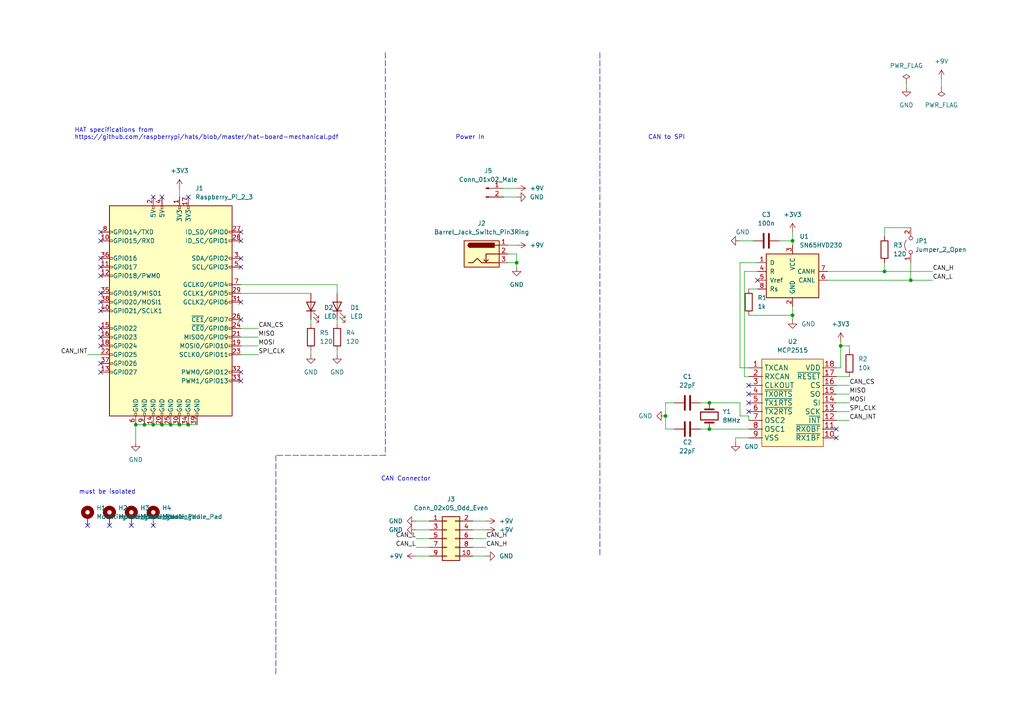
<source format=kicad_sch>
(kicad_sch (version 20211123) (generator eeschema)
  (paper "A4")
  (lib_symbols
    (symbol "Connector:Barrel_Jack_Switch_Pin3Ring" (pin_names hide)
      (property "Reference" "J" (at 0 5.334 0))
      (property "Value" "Barrel_Jack_Switch_Pin3Ring" (at 0 -5.08 0))
      (symbol "Barrel_Jack_Switch_Pin3Ring_0_1"
        (rectangle (start -5.08 3.81) (end 5.08 -3.81) (stroke (width 0.254)) (fill (type background)))
        (arc (start -3.302 3.175) (mid -3.937 2.54) (end -3.302 1.905) (stroke (width 0.254)))
        (arc (start -3.302 3.175) (mid -3.937 2.54) (end -3.302 1.905) (stroke (width 0.254)) (fill (type outline)))
        (polyline (pts (xy 1.27 -2.286) (xy 1.905 -1.651)) (stroke (width 0.254)))
        (polyline (pts (xy 5.08 2.54) (xy 3.81 2.54)) (stroke (width 0.254)))
        (polyline (pts (xy 5.08 0) (xy 1.27 0) (xy 1.27 -2.286) (xy 0.635 -1.651)) (stroke (width 0.254)))
        (polyline (pts (xy -3.81 -2.54) (xy -2.54 -2.54) (xy -1.27 -1.27) (xy 0 -2.54) (xy 2.54 -2.54) (xy 5.08 -2.54)) (stroke (width 0.254)))
        (rectangle (start 3.683 3.175) (end -3.302 1.905) (stroke (width 0.254)) (fill (type outline)))
      )
      (symbol "Barrel_Jack_Switch_Pin3Ring_1_1"
        (pin passive line (at 7.62 2.54 180) (length 2.54) (name "~") (number "1"))
        (pin passive line (at 7.62 0 180) (length 2.54) (name "~") (number "2"))
        (pin passive line (at 7.62 -2.54 180) (length 2.54) (name "~") (number "3"))
      )
    )
    (symbol "Connector:Conn_01x02_Male" (pin_names (offset 1.016) hide)
      (property "Reference" "J" (at 0 2.54 0))
      (property "Value" "Conn_01x02_Male" (at 0 -5.08 0))
      (symbol "Conn_01x02_Male_1_1"
        (polyline (pts (xy 1.27 -2.54) (xy 0.8636 -2.54)) (stroke (width 0.1524)))
        (polyline (pts (xy 1.27 0) (xy 0.8636 0)) (stroke (width 0.1524)))
        (rectangle (start 0.8636 -2.413) (end 0 -2.667) (stroke (width 0.1524)) (fill (type outline)))
        (rectangle (start 0.8636 0.127) (end 0 -0.127) (stroke (width 0.1524)) (fill (type outline)))
        (pin passive line (at 5.08 0 180) (length 3.81) (name "Pin_1") (number "1"))
        (pin passive line (at 5.08 -2.54 180) (length 3.81) (name "Pin_2") (number "2"))
      )
    )
    (symbol "Connector:Raspberry_Pi_2_3" (pin_names (offset 1.016))
      (property "Reference" "J1" (at 7.0994 35.56 0))
      (property "Value" "Raspberry_Pi_2_3" (at 7.0994 33.02 0))
      (symbol "Raspberry_Pi_2_3_0_1"
        (rectangle (start -17.78 30.48) (end 17.78 -30.48) (stroke (width 0.254)) (fill (type background)))
      )
      (symbol "Raspberry_Pi_2_3_1_1"
        (rectangle (start -16.891 -17.526) (end -17.78 -18.034))
        (rectangle (start -16.891 -14.986) (end -17.78 -15.494))
        (rectangle (start -16.891 -12.446) (end -17.78 -12.954))
        (rectangle (start -16.891 -9.906) (end -17.78 -10.414))
        (rectangle (start -16.891 -7.366) (end -17.78 -7.874))
        (rectangle (start -16.891 -4.826) (end -17.78 -5.334))
        (rectangle (start -16.891 0.254) (end -17.78 -0.254))
        (rectangle (start -16.891 2.794) (end -17.78 2.286))
        (rectangle (start -16.891 5.334) (end -17.78 4.826))
        (rectangle (start -16.891 10.414) (end -17.78 9.906))
        (rectangle (start -16.891 12.954) (end -17.78 12.446))
        (rectangle (start -16.891 15.494) (end -17.78 14.986))
        (rectangle (start -16.891 20.574) (end -17.78 20.066))
        (rectangle (start -16.891 23.114) (end -17.78 22.606))
        (rectangle (start -10.414 -29.591) (end -9.906 -30.48))
        (rectangle (start -7.874 -29.591) (end -7.366 -30.48))
        (rectangle (start -5.334 -29.591) (end -4.826 -30.48))
        (rectangle (start -5.334 30.48) (end -4.826 29.591))
        (rectangle (start -2.794 -29.591) (end -2.286 -30.48))
        (rectangle (start -2.794 30.48) (end -2.286 29.591))
        (rectangle (start -0.254 -29.591) (end 0.254 -30.48))
        (rectangle (start 2.286 -29.591) (end 2.794 -30.48))
        (rectangle (start 2.286 30.48) (end 2.794 29.591))
        (rectangle (start 4.826 -29.591) (end 5.334 -30.48))
        (rectangle (start 4.826 30.48) (end 5.334 29.591))
        (rectangle (start 7.366 -29.591) (end 7.874 -30.48))
        (rectangle (start 17.78 -20.066) (end 16.891 -20.574))
        (rectangle (start 17.78 -17.526) (end 16.891 -18.034))
        (rectangle (start 17.78 -12.446) (end 16.891 -12.954))
        (rectangle (start 17.78 -9.906) (end 16.891 -10.414))
        (rectangle (start 17.78 -7.366) (end 16.891 -7.874))
        (rectangle (start 17.78 -4.826) (end 16.891 -5.334))
        (rectangle (start 17.78 -2.286) (end 16.891 -2.794))
        (rectangle (start 17.78 2.794) (end 16.891 2.286))
        (rectangle (start 17.78 5.334) (end 16.891 4.826))
        (rectangle (start 17.78 7.874) (end 16.891 7.366))
        (rectangle (start 17.78 12.954) (end 16.891 12.446))
        (rectangle (start 17.78 15.494) (end 16.891 14.986))
        (rectangle (start 17.78 20.574) (end 16.891 20.066))
        (rectangle (start 17.78 23.114) (end 16.891 22.606))
        (pin power_out line (at 2.54 33.02 270) (length 2.54) (name "3V3") (number "1"))
        (pin bidirectional line (at -20.32 20.32 0) (length 2.54) (name "GPIO15/RXD") (number "10"))
        (pin bidirectional line (at -20.32 12.7 0) (length 2.54) (name "GPIO17") (number "11"))
        (pin bidirectional line (at -20.32 10.16 0) (length 2.54) (name "GPIO18/PWM0") (number "12"))
        (pin bidirectional line (at -20.32 -17.78 0) (length 2.54) (name "GPIO27") (number "13"))
        (pin power_in line (at -5.08 -33.02 90) (length 2.54) (name "GND") (number "14"))
        (pin bidirectional line (at -20.32 -5.08 0) (length 2.54) (name "GPIO22") (number "15"))
        (pin bidirectional line (at -20.32 -7.62 0) (length 2.54) (name "GPIO23") (number "16"))
        (pin power_out line (at 5.08 33.02 270) (length 2.54) (name "3V3") (number "17"))
        (pin bidirectional line (at -20.32 -10.16 0) (length 2.54) (name "GPIO24") (number "18"))
        (pin bidirectional line (at 20.32 -10.16 180) (length 2.54) (name "MOSI0/GPIO10") (number "19"))
        (pin power_out line (at -5.08 33.02 270) (length 2.54) (name "5V") (number "2"))
        (pin power_in line (at -2.54 -33.02 90) (length 2.54) (name "GND") (number "20"))
        (pin bidirectional line (at 20.32 -7.62 180) (length 2.54) (name "MISO0/GPIO9") (number "21"))
        (pin bidirectional line (at -20.32 -12.7 0) (length 2.54) (name "GPIO25") (number "22"))
        (pin bidirectional line (at 20.32 -12.7 180) (length 2.54) (name "SCLK0/GPIO11") (number "23"))
        (pin bidirectional line (at 20.32 -5.08 180) (length 2.54) (name "~{CE0}/GPIO8") (number "24"))
        (pin power_in line (at 0 -33.02 90) (length 2.54) (name "GND") (number "25"))
        (pin bidirectional line (at 20.32 -2.54 180) (length 2.54) (name "~{CE1}/GPIO7") (number "26"))
        (pin bidirectional line (at 20.32 22.86 180) (length 2.54) (name "ID_SD/GPIO0") (number "27"))
        (pin bidirectional line (at 20.32 20.32 180) (length 2.54) (name "ID_SC/GPIO1") (number "28"))
        (pin bidirectional line (at 20.32 5.08 180) (length 2.54) (name "GCLK1/GPIO5") (number "29"))
        (pin bidirectional line (at 20.32 15.24 180) (length 2.54) (name "SDA/GPIO2") (number "3"))
        (pin power_in line (at 2.54 -33.02 90) (length 2.54) (name "GND") (number "30"))
        (pin bidirectional line (at 20.32 2.54 180) (length 2.54) (name "GCLK2/GPIO6") (number "31"))
        (pin bidirectional line (at 20.32 -17.78 180) (length 2.54) (name "PWM0/GPIO12") (number "32"))
        (pin bidirectional line (at 20.32 -20.32 180) (length 2.54) (name "PWM1/GPIO13") (number "33"))
        (pin power_in line (at 5.08 -33.02 90) (length 2.54) (name "GND") (number "34"))
        (pin bidirectional line (at -20.32 5.08 0) (length 2.54) (name "GPIO19/MISO1") (number "35"))
        (pin bidirectional line (at -20.32 15.24 0) (length 2.54) (name "GPIO16") (number "36"))
        (pin bidirectional line (at -20.32 -15.24 0) (length 2.54) (name "GPIO26") (number "37"))
        (pin bidirectional line (at -20.32 2.54 0) (length 2.54) (name "GPIO20/MOSI1") (number "38"))
        (pin power_in line (at 7.62 -33.02 90) (length 2.54) (name "GND") (number "39"))
        (pin power_out line (at -2.54 33.02 270) (length 2.54) (name "5V") (number "4"))
        (pin bidirectional line (at -20.32 0 0) (length 2.54) (name "GPIO21/SCLK1") (number "40"))
        (pin bidirectional line (at 20.32 12.7 180) (length 2.54) (name "SCL/GPIO3") (number "5"))
        (pin power_in line (at -10.16 -33.02 90) (length 2.54) (name "GND") (number "6"))
        (pin bidirectional line (at 20.32 7.62 180) (length 2.54) (name "GCLK0/GPIO4") (number "7"))
        (pin bidirectional line (at -20.32 22.86 0) (length 2.54) (name "GPIO14/TXD") (number "8"))
        (pin power_in line (at -7.62 -33.02 90) (length 2.54) (name "GND") (number "9"))
      )
    )
    (symbol "Connector_Generic:Conn_02x05_Odd_Even" (pin_names (offset 1.016) hide)
      (property "Reference" "J" (at 1.27 7.62 0))
      (property "Value" "Conn_02x05_Odd_Even" (at 1.27 -7.62 0))
      (symbol "Conn_02x05_Odd_Even_1_1"
        (rectangle (start -1.27 -4.953) (end 0 -5.207) (stroke (width 0.1524)))
        (rectangle (start -1.27 -2.413) (end 0 -2.667) (stroke (width 0.1524)))
        (rectangle (start -1.27 0.127) (end 0 -0.127) (stroke (width 0.1524)))
        (rectangle (start -1.27 2.667) (end 0 2.413) (stroke (width 0.1524)))
        (rectangle (start -1.27 5.207) (end 0 4.953) (stroke (width 0.1524)))
        (rectangle (start -1.27 6.35) (end 3.81 -6.35) (stroke (width 0.254)) (fill (type background)))
        (rectangle (start 3.81 -4.953) (end 2.54 -5.207) (stroke (width 0.1524)))
        (rectangle (start 3.81 -2.413) (end 2.54 -2.667) (stroke (width 0.1524)))
        (rectangle (start 3.81 0.127) (end 2.54 -0.127) (stroke (width 0.1524)))
        (rectangle (start 3.81 2.667) (end 2.54 2.413) (stroke (width 0.1524)))
        (rectangle (start 3.81 5.207) (end 2.54 4.953) (stroke (width 0.1524)))
        (pin passive line (at -5.08 5.08 0) (length 3.81) (name "Pin_1") (number "1"))
        (pin passive line (at 7.62 -5.08 180) (length 3.81) (name "Pin_10") (number "10"))
        (pin passive line (at 7.62 5.08 180) (length 3.81) (name "Pin_2") (number "2"))
        (pin passive line (at -5.08 2.54 0) (length 3.81) (name "Pin_3") (number "3"))
        (pin passive line (at 7.62 2.54 180) (length 3.81) (name "Pin_4") (number "4"))
        (pin passive line (at -5.08 0 0) (length 3.81) (name "Pin_5") (number "5"))
        (pin passive line (at 7.62 0 180) (length 3.81) (name "Pin_6") (number "6"))
        (pin passive line (at -5.08 -2.54 0) (length 3.81) (name "Pin_7") (number "7"))
        (pin passive line (at 7.62 -2.54 180) (length 3.81) (name "Pin_8") (number "8"))
        (pin passive line (at -5.08 -5.08 0) (length 3.81) (name "Pin_9") (number "9"))
      )
    )
    (symbol "Device:C" (pin_numbers hide) (pin_names (offset 0.254))
      (property "Reference" "C" (at 0.635 2.54 0))
      (property "Value" "C" (at 0.635 -2.54 0))
      (symbol "C_0_1"
        (polyline (pts (xy -2.032 -0.762) (xy 2.032 -0.762)) (stroke (width 0.508)))
        (polyline (pts (xy -2.032 0.762) (xy 2.032 0.762)) (stroke (width 0.508)))
      )
      (symbol "C_1_1"
        (pin passive line (at 0 3.81 270) (length 2.794) (name "~") (number "1"))
        (pin passive line (at 0 -3.81 90) (length 2.794) (name "~") (number "2"))
      )
    )
    (symbol "Device:Crystal" (pin_numbers hide) (pin_names (offset 1.016) hide)
      (property "Reference" "Y" (at 0 3.81 0))
      (property "Value" "Crystal" (at 0 -3.81 0))
      (symbol "Crystal_0_1"
        (rectangle (start -1.143 2.54) (end 1.143 -2.54) (stroke (width 0.3048)))
        (polyline (pts (xy -2.54 0) (xy -1.905 0)))
        (polyline (pts (xy -1.905 -1.27) (xy -1.905 1.27)) (stroke (width 0.508)))
        (polyline (pts (xy 1.905 -1.27) (xy 1.905 1.27)) (stroke (width 0.508)))
        (polyline (pts (xy 2.54 0) (xy 1.905 0)))
      )
      (symbol "Crystal_1_1"
        (pin passive line (at -3.81 0 0) (length 1.27) (name "1") (number "1"))
        (pin passive line (at 3.81 0 180) (length 1.27) (name "2") (number "2"))
      )
    )
    (symbol "Device:LED" (pin_numbers hide) (pin_names (offset 1.016) hide)
      (property "Reference" "D" (at 0 2.54 0))
      (property "Value" "LED" (at 0 -2.54 0))
      (symbol "LED_0_1"
        (polyline (pts (xy -1.27 -1.27) (xy -1.27 1.27)) (stroke (width 0.254)))
        (polyline (pts (xy -1.27 0) (xy 1.27 0)))
        (polyline (pts (xy 1.27 -1.27) (xy 1.27 1.27) (xy -1.27 0) (xy 1.27 -1.27)) (stroke (width 0.254)))
        (polyline (pts (xy -3.048 -0.762) (xy -4.572 -2.286) (xy -3.81 -2.286) (xy -4.572 -2.286) (xy -4.572 -1.524)))
        (polyline (pts (xy -1.778 -0.762) (xy -3.302 -2.286) (xy -2.54 -2.286) (xy -3.302 -2.286) (xy -3.302 -1.524)))
      )
      (symbol "LED_1_1"
        (pin passive line (at -3.81 0 0) (length 2.54) (name "K") (number "1"))
        (pin passive line (at 3.81 0 180) (length 2.54) (name "A") (number "2"))
      )
    )
    (symbol "Device:R" (pin_numbers hide) (pin_names (offset 0))
      (property "Reference" "R" (at 2.032 0 90))
      (property "Value" "R" (at 0 0 90))
      (symbol "R_0_1"
        (rectangle (start -1.016 -2.54) (end 1.016 2.54) (stroke (width 0.254)))
      )
      (symbol "R_1_1"
        (pin passive line (at 0 3.81 270) (length 1.27) (name "~") (number "1"))
        (pin passive line (at 0 -3.81 90) (length 1.27) (name "~") (number "2"))
      )
    )
    (symbol "Interface_CAN_LIN:SN65HVD230" (pin_names (offset 1.016))
      (property "Reference" "U" (at -2.54 10.16 0))
      (property "Value" "SN65HVD230" (at -2.54 7.62 0))
      (symbol "SN65HVD230_0_1"
        (rectangle (start -7.62 5.08) (end 7.62 -7.62) (stroke (width 0.254)) (fill (type background)))
      )
      (symbol "SN65HVD230_1_1"
        (pin input line (at -10.16 2.54 0) (length 2.54) (name "D") (number "1"))
        (pin power_in line (at 0 -10.16 90) (length 2.54) (name "GND") (number "2"))
        (pin power_in line (at 0 7.62 270) (length 2.54) (name "VCC") (number "3"))
        (pin output line (at -10.16 0 0) (length 2.54) (name "R") (number "4"))
        (pin output line (at -10.16 -2.54 0) (length 2.54) (name "Vref") (number "5"))
        (pin bidirectional line (at 10.16 -2.54 180) (length 2.54) (name "CANL") (number "6"))
        (pin bidirectional line (at 10.16 0 180) (length 2.54) (name "CANH") (number "7"))
        (pin input line (at -10.16 -5.08 0) (length 2.54) (name "Rs") (number "8"))
      )
    )
    (symbol "Jumper:Jumper_2_Open" (pin_names (offset 0) hide)
      (property "Reference" "JP" (at 0 2.794 0))
      (property "Value" "Jumper_2_Open" (at 0 -2.286 0))
      (symbol "Jumper_2_Open_0_0"
        (circle (center -2.032 0) (radius 0.508))
        (circle (center 2.032 0) (radius 0.508))
      )
      (symbol "Jumper_2_Open_0_1"
        (arc (start 1.524 1.27) (mid 0 1.778) (end -1.524 1.27))
      )
      (symbol "Jumper_2_Open_1_1"
        (pin passive line (at -5.08 0 0) (length 2.54) (name "A") (number "1"))
        (pin passive line (at 5.08 0 180) (length 2.54) (name "B") (number "2"))
      )
    )
    (symbol "MCP2515:MCP2515"
      (property "Reference" "U" (at -8.89 13.97 0))
      (property "Value" "MCP2515" (at -5.08 -15.24 0))
      (symbol "MCP2515_0_1"
        (rectangle (start -10.16 11.43) (end 7.62 -13.97) (fill (type background)))
      )
      (symbol "MCP2515_1_1"
        (pin bidirectional line (at -13.97 8.89 0) (length 4) (name "TXCAN") (number "1"))
        (pin bidirectional line (at 11.43 -11.43 180) (length 4) (name "~{RX1BF}") (number "10"))
        (pin bidirectional line (at 11.43 -8.89 180) (length 4) (name "~{RX0BF}") (number "11"))
        (pin bidirectional line (at 11.43 -6.35 180) (length 4) (name "~{INT}") (number "12"))
        (pin input line (at 11.43 -3.81 180) (length 4) (name "SCK") (number "13"))
        (pin input line (at 11.43 -1.27 180) (length 4) (name "SI") (number "14"))
        (pin output line (at 11.43 1.27 180) (length 4) (name "SO") (number "15"))
        (pin input line (at 11.43 3.81 180) (length 4) (name "CS") (number "16"))
        (pin input line (at 11.43 6.35 180) (length 4) (name "~{RESET}") (number "17"))
        (pin power_in line (at 11.43 8.89 180) (length 4) (name "VDD") (number "18"))
        (pin bidirectional line (at -13.97 6.35 0) (length 4) (name "RXCAN") (number "2"))
        (pin output line (at -13.97 3.81 0) (length 4) (name "CLKOUT") (number "3"))
        (pin bidirectional line (at -13.97 1.27 0) (length 4) (name "~{TX0RTS}") (number "4"))
        (pin bidirectional line (at -13.97 -1.27 0) (length 4) (name "~{TX1RTS}") (number "5"))
        (pin bidirectional line (at -13.97 -3.81 0) (length 4) (name "~{TX2RTS}") (number "6"))
        (pin output line (at -13.97 -6.35 0) (length 4) (name "OSC2") (number "7"))
        (pin input line (at -13.97 -8.89 0) (length 4) (name "OSC1") (number "8"))
        (pin power_in line (at -13.97 -11.43 0) (length 4) (name "VSS") (number "9"))
      )
    )
    (symbol "Mechanical:MountingHole_Pad" (pin_numbers hide) (pin_names (offset 1.016) hide)
      (property "Reference" "H" (at 0 6.35 0))
      (property "Value" "MountingHole_Pad" (at 0 4.445 0))
      (symbol "MountingHole_Pad_0_1"
        (circle (center 0 1.27) (radius 1.27) (stroke (width 1.27)))
      )
      (symbol "MountingHole_Pad_1_1"
        (pin input line (at 0 -2.54 90) (length 2.54) (name "1") (number "1"))
      )
    )
    (symbol "power:+3V3" (power) (pin_names (offset 0))
      (property "Value" "+3V3" (at 0 3.556 0))
      (symbol "+3V3_0_1"
        (polyline (pts (xy -0.762 1.27) (xy 0 2.54)))
        (polyline (pts (xy 0 0) (xy 0 2.54)))
        (polyline (pts (xy 0 2.54) (xy 0.762 1.27)))
      )
      (symbol "+3V3_1_1"
        (pin power_in line (at 0 0 90) (length 0) hide (name "+3V3") (number "1"))
      )
    )
    (symbol "power:+9V" (power) (pin_names (offset 0))
      (property "Value" "+9V" (at 0 3.556 0))
      (symbol "+9V_0_1"
        (polyline (pts (xy -0.762 1.27) (xy 0 2.54)))
        (polyline (pts (xy 0 0) (xy 0 2.54)))
        (polyline (pts (xy 0 2.54) (xy 0.762 1.27)))
      )
      (symbol "+9V_1_1"
        (pin power_in line (at 0 0 90) (length 0) hide (name "+9V") (number "1"))
      )
    )
    (symbol "power:GND" (power) (pin_names (offset 0))
      (property "Value" "GND" (at 0 -3.81 0))
      (symbol "GND_0_1"
        (polyline (pts (xy 0 0) (xy 0 -1.27) (xy 1.27 -1.27) (xy 0 -2.54) (xy -1.27 -1.27) (xy 0 -1.27)))
      )
      (symbol "GND_1_1"
        (pin power_in line (at 0 0 270) (length 0) hide (name "GND") (number "1"))
      )
    )
    (symbol "power:PWR_FLAG" (power) (pin_numbers hide) (pin_names (offset 0) hide)
      (property "Value" "PWR_FLAG" (at 0 3.81 0))
      (symbol "PWR_FLAG_0_0"
        (pin power_out line (at 0 0 90) (length 0) (name "pwr") (number "1"))
      )
      (symbol "PWR_FLAG_0_1"
        (polyline (pts (xy 0 0) (xy 0 1.27) (xy -1.016 1.905) (xy 0 2.54) (xy 1.016 1.905) (xy 0 1.27)))
      )
    )
  )
  (junction (at 54.61 123.19))
  (junction (at 243.84 100.33))
  (junction (at 39.37 123.19))
  (junction (at 229.87 69.85))
  (junction (at 49.53 123.19))
  (junction (at 264.16 81.28))
  (junction (at 41.91 123.19))
  (junction (at 205.74 124.46))
  (junction (at 205.74 116.84))
  (junction (at 52.07 123.19))
  (junction (at 256.54 78.74))
  (junction (at 44.45 123.19))
  (junction (at 46.99 123.19))
  (junction (at 229.87 91.44))
  (junction (at 149.86 76.2))
  (junction (at 193.04 120.65))
  (no_connect (at 54.61 57.15))
  (no_connect (at 44.45 152.4))
  (no_connect (at 38.1 152.4))
  (no_connect (at 31.75 152.4))
  (no_connect (at 25.4 152.4))
  (no_connect (at 217.17 114.3))
  (no_connect (at 217.17 119.38))
  (no_connect (at 217.17 111.76))
  (no_connect (at 242.57 124.46))
  (no_connect (at 217.17 116.84))
  (no_connect (at 219.71 81.28))
  (no_connect (at 44.45 57.15))
  (no_connect (at 29.21 107.95))
  (no_connect (at 29.21 105.41))
  (no_connect (at 29.21 97.79))
  (no_connect (at 29.21 100.33))
  (no_connect (at 29.21 95.25))
  (no_connect (at 69.85 69.85))
  (no_connect (at 69.85 87.63))
  (no_connect (at 69.85 77.47))
  (no_connect (at 69.85 74.93))
  (no_connect (at 29.21 77.47))
  (no_connect (at 29.21 80.01))
  (no_connect (at 29.21 87.63))
  (no_connect (at 29.21 85.09))
  (no_connect (at 29.21 90.17))
  (no_connect (at 29.21 74.93))
  (no_connect (at 69.85 92.71))
  (no_connect (at 69.85 110.49))
  (no_connect (at 69.85 107.95))
  (no_connect (at 69.85 67.31))
  (no_connect (at 46.99 57.15))
  (no_connect (at 29.21 67.31))
  (no_connect (at 29.21 69.85))
  (no_connect (at 242.57 127))
  (wire (pts (xy 214.63 76.2) (xy 214.63 106.68)))
  (wire (pts (xy 242.57 114.3) (xy 246.38 114.3)))
  (wire (pts (xy 195.58 124.46) (xy 193.04 124.46)))
  (wire (pts (xy 97.79 92.71) (xy 97.79 93.98)))
  (wire (pts (xy 137.16 156.21) (xy 140.97 156.21)))
  (wire (pts (xy 242.57 106.68) (xy 243.84 106.68)))
  (polyline (pts (xy 173.99 15.24) (xy 173.99 161.29)))
  (wire (pts (xy 69.85 95.25) (xy 74.93 95.25)))
  (wire (pts (xy 246.38 101.6) (xy 246.38 100.33)))
  (wire (pts (xy 54.61 123.19) (xy 57.15 123.19)))
  (wire (pts (xy 242.57 119.38) (xy 246.38 119.38)))
  (wire (pts (xy 97.79 101.6) (xy 97.79 102.87)))
  (wire (pts (xy 242.57 111.76) (xy 246.38 111.76)))
  (wire (pts (xy 146.05 54.61) (xy 149.86 54.61)))
  (wire (pts (xy 137.16 158.75) (xy 140.97 158.75)))
  (wire (pts (xy 240.03 81.28) (xy 264.16 81.28)))
  (wire (pts (xy 243.84 99.06) (xy 243.84 100.33)))
  (wire (pts (xy 120.65 153.67) (xy 124.46 153.67)))
  (wire (pts (xy 256.54 66.04) (xy 264.16 66.04)))
  (wire (pts (xy 41.91 123.19) (xy 44.45 123.19)))
  (wire (pts (xy 256.54 76.2) (xy 256.54 78.74)))
  (wire (pts (xy 193.04 116.84) (xy 193.04 120.65)))
  (wire (pts (xy 264.16 76.2) (xy 264.16 81.28)))
  (wire (pts (xy 217.17 120.65) (xy 214.63 120.65)))
  (wire (pts (xy 217.17 109.22) (xy 215.9 109.22)))
  (wire (pts (xy 149.86 76.2) (xy 149.86 77.47)))
  (wire (pts (xy 39.37 123.19) (xy 39.37 128.27)))
  (wire (pts (xy 229.87 67.31) (xy 229.87 69.85)))
  (wire (pts (xy 146.05 57.15) (xy 149.86 57.15)))
  (wire (pts (xy 214.63 116.84) (xy 205.74 116.84)))
  (polyline (pts (xy 111.76 15.24) (xy 111.76 132.08)))
  (wire (pts (xy 214.63 69.85) (xy 218.44 69.85)))
  (wire (pts (xy 69.85 82.55) (xy 97.79 82.55)))
  (wire (pts (xy 214.63 120.65) (xy 214.63 116.84)))
  (wire (pts (xy 195.58 116.84) (xy 193.04 116.84)))
  (wire (pts (xy 229.87 88.9) (xy 229.87 91.44)))
  (wire (pts (xy 262.89 24.13) (xy 262.89 25.4)))
  (wire (pts (xy 49.53 123.19) (xy 52.07 123.19)))
  (wire (pts (xy 226.06 69.85) (xy 229.87 69.85)))
  (wire (pts (xy 217.17 121.92) (xy 217.17 120.65)))
  (wire (pts (xy 39.37 123.19) (xy 41.91 123.19)))
  (wire (pts (xy 137.16 153.67) (xy 140.97 153.67)))
  (wire (pts (xy 229.87 69.85) (xy 229.87 71.12)))
  (wire (pts (xy 264.16 81.28) (xy 270.51 81.28)))
  (wire (pts (xy 149.86 73.66) (xy 149.86 76.2)))
  (wire (pts (xy 193.04 120.65) (xy 193.04 124.46)))
  (wire (pts (xy 147.32 76.2) (xy 149.86 76.2)))
  (wire (pts (xy 203.2 124.46) (xy 205.74 124.46)))
  (wire (pts (xy 147.32 73.66) (xy 149.86 73.66)))
  (wire (pts (xy 246.38 100.33) (xy 243.84 100.33)))
  (wire (pts (xy 242.57 121.92) (xy 246.38 121.92)))
  (wire (pts (xy 44.45 123.19) (xy 46.99 123.19)))
  (wire (pts (xy 137.16 151.13) (xy 140.97 151.13)))
  (wire (pts (xy 90.17 92.71) (xy 90.17 93.98)))
  (wire (pts (xy 25.4 102.87) (xy 29.21 102.87)))
  (wire (pts (xy 69.85 100.33) (xy 74.93 100.33)))
  (wire (pts (xy 256.54 78.74) (xy 270.51 78.74)))
  (polyline (pts (xy 111.76 132.08) (xy 80.01 132.08)))
  (wire (pts (xy 97.79 82.55) (xy 97.79 85.09)))
  (polyline (pts (xy 80.01 132.08) (xy 80.01 195.58)))
  (wire (pts (xy 256.54 68.58) (xy 256.54 66.04)))
  (wire (pts (xy 217.17 106.68) (xy 214.63 106.68)))
  (wire (pts (xy 120.65 151.13) (xy 124.46 151.13)))
  (wire (pts (xy 69.85 97.79) (xy 74.93 97.79)))
  (wire (pts (xy 215.9 78.74) (xy 215.9 109.22)))
  (wire (pts (xy 120.65 158.75) (xy 124.46 158.75)))
  (wire (pts (xy 214.63 76.2) (xy 219.71 76.2)))
  (wire (pts (xy 240.03 78.74) (xy 256.54 78.74)))
  (wire (pts (xy 120.65 156.21) (xy 124.46 156.21)))
  (wire (pts (xy 46.99 123.19) (xy 49.53 123.19)))
  (wire (pts (xy 203.2 116.84) (xy 205.74 116.84)))
  (wire (pts (xy 120.65 161.29) (xy 124.46 161.29)))
  (wire (pts (xy 219.71 78.74) (xy 215.9 78.74)))
  (wire (pts (xy 205.74 124.46) (xy 217.17 124.46)))
  (wire (pts (xy 217.17 91.44) (xy 229.87 91.44)))
  (wire (pts (xy 90.17 101.6) (xy 90.17 102.87)))
  (wire (pts (xy 69.85 85.09) (xy 90.17 85.09)))
  (wire (pts (xy 273.05 22.86) (xy 273.05 25.4)))
  (wire (pts (xy 137.16 161.29) (xy 140.97 161.29)))
  (wire (pts (xy 52.07 54.61) (xy 52.07 57.15)))
  (wire (pts (xy 242.57 116.84) (xy 246.38 116.84)))
  (wire (pts (xy 242.57 109.22) (xy 246.38 109.22)))
  (wire (pts (xy 213.36 128.27) (xy 213.36 127)))
  (wire (pts (xy 213.36 127) (xy 217.17 127)))
  (wire (pts (xy 217.17 83.82) (xy 219.71 83.82)))
  (wire (pts (xy 229.87 91.44) (xy 229.87 92.71)))
  (wire (pts (xy 52.07 123.19) (xy 54.61 123.19)))
  (wire (pts (xy 147.32 71.12) (xy 149.86 71.12)))
  (wire (pts (xy 243.84 100.33) (xy 243.84 106.68)))
  (wire (pts (xy 69.85 102.87) (xy 74.93 102.87)))
  (text "CAN to SPI" (at 187.96 40.64 0) (effects (font (size 1.27 1.27)) (justify left bottom)))
  (text "HAT specifications from\nhttps://github.com/raspberrypi/hats/blob/master/hat-board-mechanical.pdf" (at 21.59 40.64 0) (effects (font (size 1.27 1.27)) (justify left bottom)))
  (text "Power In" (at 132.08 40.64 0) (effects (font (size 1.27 1.27)) (justify left bottom)))
  (text "must be isolated" (at 22.86 143.51 0) (effects (font (size 1.27 1.27)) (justify left bottom)))
  (text "CAN Connector" (at 110.49 139.7 0) (effects (font (size 1.27 1.27)) (justify left bottom)))
  (label "CAN_H" (at 140.97 156.21 0))
  (label "MISO" (at 74.93 97.79 0))
  (label "SPI_CLK" (at 74.93 102.87 0))
  (label "MOSI" (at 246.38 116.84 0))
  (label "CAN_L" (at 120.65 158.75 180))
  (label "MISO" (at 246.38 114.3 0))
  (label "CAN_CS" (at 246.38 111.76 0))
  (label "CAN_INT" (at 246.38 121.92 0))
  (label "CAN_H" (at 270.51 78.74 0))
  (label "CAN_L" (at 270.51 81.28 0))
  (label "CAN_CS" (at 74.93 95.25 0))
  (label "CAN_L" (at 120.65 156.21 180))
  (label "CAN_INT" (at 25.4 102.87 180))
  (label "SPI_CLK" (at 246.38 119.38 0))
  (label "CAN_H" (at 140.97 158.75 0))
  (label "MOSI" (at 74.93 100.33 0))
  (symbol (lib_id "power:GND") (at 193.04 120.65 270) (unit 1)
    (property "Reference" "#PWR02" (effects hide))
    (property "Value" "GND" (at 189.23 120.6499 90) (effects (justify right)))
  )
  (symbol (lib_id "Device:R") (at 217.17 87.63 0) (unit 1)
    (property "Reference" "R1" (at 219.71 86.3599 0) (effects (justify left)))
    (property "Value" "1k" (at 219.71 88.8999 0) (effects (justify left)))
    (property "Footprint" "Resistor_SMD:R_1206_3216Metric_Pad1.30x1.75mm_HandSolder" (effects hide))
  )
  (symbol (lib_id "Connector:Raspberry_Pi_2_3") (at 49.53 90.17 0) (unit 1)
    (property "Reference" "J1" (at 56.6294 54.61 0) (effects (justify left)))
    (property "Value" "Raspberry_Pi_2_3" (at 56.6294 57.15 0) (effects (justify left)))
    (property "Footprint" "Connector_PinSocket_2.54mm:PinSocket_2x20_P2.54mm_Vertical" (effects hide))
    (property "Datasheet" "https://www.raspberrypi.org/documentation/hardware/raspberrypi/schematics/rpi_SCH_3bplus_1p0_reduced.pdf" (effects hide))
  )
  (symbol (lib_id "power:GND") (at 97.79 102.87 0) (unit 1)
    (property "Reference" "#PWR019" (effects hide))
    (property "Value" "GND" (at 97.79 107.95 0))
  )
  (symbol (lib_id "Connector:Barrel_Jack_Switch_Pin3Ring") (at 139.7 73.66 0) (unit 1)
    (property "Reference" "J2" (at 139.7 64.77 0))
    (property "Value" "Barrel_Jack_Switch_Pin3Ring" (at 139.7 67.31 0))
    (property "Footprint" "Connector_BarrelJack:BarrelJack_Horizontal" (effects hide))
  )
  (symbol (lib_id "Device:LED") (at 90.17 88.9 90) (unit 1)
    (property "Reference" "D2" (at 93.98 89.2174 90) (effects (justify right)))
    (property "Value" "LED" (at 93.98 91.7574 90) (effects (justify right)))
    (property "Footprint" "LED_SMD:LED_1206_3216Metric_Pad1.42x1.75mm_HandSolder" (effects hide))
  )
  (symbol (lib_id "Device:R") (at 90.17 97.79 0) (unit 1)
    (property "Reference" "R5" (at 92.71 96.5199 0) (effects (justify left)))
    (property "Value" "120" (at 92.71 99.0599 0) (effects (justify left)))
    (property "Footprint" "Resistor_SMD:R_1206_3216Metric_Pad1.30x1.75mm_HandSolder" (effects hide))
  )
  (symbol (lib_id "power:+3V3") (at 243.84 99.06 0) (unit 1)
    (property "Reference" "#PWR08" (effects hide))
    (property "Value" "+3V3" (at 243.84 93.98 0))
  )
  (symbol (lib_id "power:GND") (at 213.36 128.27 0) (unit 1)
    (property "Reference" "#PWR04" (effects hide))
    (property "Value" "GND" (at 215.9 129.5399 0) (effects (justify left)))
  )
  (symbol (lib_id "Device:Crystal") (at 205.74 120.65 90) (unit 1)
    (property "Reference" "Y1" (at 209.55 119.3799 90) (effects (justify right)))
    (property "Value" "8MHz" (at 209.55 121.9199 90) (effects (justify right)))
    (property "Footprint" "Crystal:Crystal_SMD_HC49-SD_HandSoldering" (effects hide))
  )
  (symbol (lib_id "power:+9V") (at 140.97 153.67 270) (unit 1)
    (property "Reference" "#PWR017" (effects hide))
    (property "Value" "+9V" (at 144.78 153.6699 90) (effects (justify left)))
  )
  (symbol (lib_id "Mechanical:MountingHole_Pad") (at 44.45 149.86 0) (unit 1)
    (property "Reference" "H4" (at 46.99 147.3199 0) (effects (justify left)))
    (property "Value" "MountingHole_Pad" (at 46.99 149.8599 0) (effects (justify left)))
    (property "Footprint" "MountingHole:MountingHole_2.7mm_M2.5_Pad_TopBottom" (effects hide))
  )
  (symbol (lib_id "power:GND") (at 214.63 69.85 270) (unit 1)
    (property "Reference" "#PWR05" (effects hide))
    (property "Value" "GND" (at 213.36 67.31 90) (effects (justify left)))
  )
  (symbol (lib_id "Device:R") (at 246.38 105.41 180) (unit 1)
    (property "Reference" "R2" (at 248.92 104.1399 0) (effects (justify right)))
    (property "Value" "10k" (at 248.92 106.6799 0) (effects (justify right)))
    (property "Footprint" "Resistor_SMD:R_1206_3216Metric_Pad1.30x1.75mm_HandSolder" (effects hide))
  )
  (symbol (lib_id "Device:C") (at 199.39 116.84 90) (unit 1)
    (property "Reference" "C1" (at 199.39 109.22 90))
    (property "Value" "22pF" (at 199.39 111.76 90))
    (property "Footprint" "Capacitor_SMD:C_1206_3216Metric_Pad1.33x1.80mm_HandSolder" (effects hide))
  )
  (symbol (lib_id "power:+9V") (at 140.97 151.13 270) (unit 1)
    (property "Reference" "#PWR016" (effects hide))
    (property "Value" "+9V" (at 144.78 151.1299 90) (effects (justify left)))
  )
  (symbol (lib_id "power:GND") (at 90.17 102.87 0) (unit 1)
    (property "Reference" "#PWR020" (effects hide))
    (property "Value" "GND" (at 90.17 107.95 0))
  )
  (symbol (lib_id "Mechanical:MountingHole_Pad") (at 25.4 149.86 0) (unit 1)
    (property "Reference" "H1" (at 27.94 147.3199 0) (effects (justify left)))
    (property "Value" "MountingHole_Pad" (at 27.94 149.8599 0) (effects (justify left)))
    (property "Footprint" "MountingHole:MountingHole_2.7mm_M2.5_Pad_TopBottom" (effects hide))
  )
  (symbol (lib_id "power:GND") (at 229.87 92.71 0) (unit 1)
    (property "Reference" "#PWR07" (effects hide))
    (property "Value" "GND" (at 232.41 93.9799 0) (effects (justify left)))
  )
  (symbol (lib_id "power:GND") (at 120.65 151.13 270) (unit 1)
    (property "Reference" "#PWR012" (effects hide))
    (property "Value" "GND" (at 116.84 151.1299 90) (effects (justify right)))
  )
  (symbol (lib_id "power:+3V3") (at 52.07 54.61 0) (unit 1)
    (property "Reference" "#PWR03" (effects hide))
    (property "Value" "+3V3" (at 52.07 49.53 0))
  )
  (symbol (lib_id "power:GND") (at 149.86 77.47 0) (unit 1)
    (property "Reference" "#PWR010" (effects hide))
    (property "Value" "GND" (at 149.86 82.55 0))
  )
  (symbol (lib_id "power:GND") (at 262.89 25.4 0) (unit 1)
    (property "Reference" "#PWR011" (effects hide))
    (property "Value" "GND" (at 262.89 30.48 0))
  )
  (symbol (lib_id "power:PWR_FLAG") (at 273.05 25.4 180) (unit 1)
    (property "Reference" "#FLG02" (effects hide))
    (property "Value" "PWR_FLAG" (at 273.05 30.48 0))
  )
  (symbol (lib_id "Connector:Conn_01x02_Male") (at 140.97 54.61 0) (unit 1)
    (property "Reference" "J5" (at 141.605 49.53 0))
    (property "Value" "Conn_01x02_Male" (at 141.605 52.07 0))
    (property "Footprint" "Connector_PinHeader_2.54mm:PinHeader_1x02_P2.54mm_Vertical" (effects hide))
  )
  (symbol (lib_id "power:+9V") (at 120.65 161.29 90) (unit 1)
    (property "Reference" "#PWR014" (effects hide))
    (property "Value" "+9V" (at 116.84 161.2899 90) (effects (justify left)))
  )
  (symbol (lib_id "power:+9V") (at 273.05 22.86 0) (unit 1)
    (property "Reference" "#PWR015" (effects hide))
    (property "Value" "+9V" (at 273.05 17.78 0))
  )
  (symbol (lib_id "Device:C") (at 222.25 69.85 90) (unit 1)
    (property "Reference" "C3" (at 222.25 62.23 90))
    (property "Value" "100n" (at 222.25 64.77 90))
    (property "Footprint" "Capacitor_SMD:C_1206_3216Metric_Pad1.33x1.80mm_HandSolder" (effects hide))
  )
  (symbol (lib_id "power:GND") (at 39.37 128.27 0) (unit 1)
    (property "Reference" "#PWR01" (effects hide))
    (property "Value" "GND" (at 39.37 133.35 0))
  )
  (symbol (lib_id "power:PWR_FLAG") (at 262.89 24.13 0) (unit 1)
    (property "Reference" "#FLG01" (effects hide))
    (property "Value" "PWR_FLAG" (at 262.89 19.05 0))
  )
  (symbol (lib_id "Mechanical:MountingHole_Pad") (at 31.75 149.86 0) (unit 1)
    (property "Reference" "H2" (at 34.29 147.3199 0) (effects (justify left)))
    (property "Value" "MountingHole_Pad" (at 34.29 149.8599 0) (effects (justify left)))
    (property "Footprint" "MountingHole:MountingHole_2.7mm_M2.5_Pad_TopBottom" (effects hide))
  )
  (symbol (lib_id "Device:R") (at 97.79 97.79 0) (unit 1)
    (property "Reference" "R4" (at 100.33 96.5199 0) (effects (justify left)))
    (property "Value" "120" (at 100.33 99.0599 0) (effects (justify left)))
    (property "Footprint" "Resistor_SMD:R_1206_3216Metric_Pad1.30x1.75mm_HandSolder" (effects hide))
  )
  (symbol (lib_id "Mechanical:MountingHole_Pad") (at 38.1 149.86 0) (unit 1)
    (property "Reference" "H3" (at 40.64 147.3199 0) (effects (justify left)))
    (property "Value" "MountingHole_Pad" (at 40.64 149.8599 0) (effects (justify left)))
    (property "Footprint" "MountingHole:MountingHole_2.7mm_M2.5_Pad_TopBottom" (effects hide))
  )
  (symbol (lib_id "Interface_CAN_LIN:SN65HVD230") (at 229.87 78.74 0) (unit 1)
    (property "Reference" "U1" (at 231.8894 68.58 0) (effects (justify left)))
    (property "Value" "SN65HVD230" (at 231.8894 71.12 0) (effects (justify left)))
    (property "Footprint" "Package_SO:SOIC-8_3.9x4.9mm_P1.27mm" (effects hide))
    (property "Datasheet" "http://www.ti.com/lit/ds/symlink/sn65hvd230.pdf" (effects hide))
  )
  (symbol (lib_id "power:+3V3") (at 229.87 67.31 0) (unit 1)
    (property "Reference" "#PWR06" (effects hide))
    (property "Value" "+3V3" (at 229.87 62.23 0))
  )
  (symbol (lib_id "power:GND") (at 149.86 57.15 90) (unit 1)
    (property "Reference" "#PWR024" (effects hide))
    (property "Value" "GND" (at 153.67 57.1499 90) (effects (justify right)))
  )
  (symbol (lib_id "power:+9V") (at 149.86 54.61 270) (unit 1)
    (property "Reference" "#PWR023" (effects hide))
    (property "Value" "+9V" (at 153.67 54.6099 90) (effects (justify left)))
  )
  (symbol (lib_id "Device:LED") (at 97.79 88.9 90) (unit 1)
    (property "Reference" "D1" (at 101.6 89.2174 90) (effects (justify right)))
    (property "Value" "LED" (at 101.6 91.7574 90) (effects (justify right)))
    (property "Footprint" "LED_SMD:LED_1206_3216Metric_Pad1.42x1.75mm_HandSolder" (effects hide))
  )
  (symbol (lib_id "power:GND") (at 140.97 161.29 90) (unit 1)
    (property "Reference" "#PWR018" (effects hide))
    (property "Value" "GND" (at 144.78 161.2899 90) (effects (justify right)))
  )
  (symbol (lib_id "power:+9V") (at 149.86 71.12 270) (unit 1)
    (property "Reference" "#PWR09" (effects hide))
    (property "Value" "+9V" (at 153.67 71.1199 90) (effects (justify left)))
  )
  (symbol (lib_id "Connector_Generic:Conn_02x05_Odd_Even") (at 129.54 156.21 0) (unit 1)
    (property "Reference" "J3" (at 130.81 144.78 0))
    (property "Value" "Conn_02x05_Odd_Even" (at 130.81 147.32 0))
    (property "Footprint" "Connector_PinSocket_2.54mm:PinSocket_2x05_P2.54mm_Horizontal" (effects hide))
  )
  (symbol (lib_id "MCP2515:MCP2515") (at 231.14 115.57 0) (unit 1)
    (property "Reference" "U2" (at 229.87 99.06 0))
    (property "Value" "MCP2515" (at 229.87 101.6 0))
    (property "Footprint" "Package_DIP:DIP-18_W7.62mm_LongPads" (effects hide))
    (property "Datasheet" "https://cdn-reichelt.de/documents/datenblatt/A200/MCP2515%23microchip.pdf" (effects hide))
  )
  (symbol (lib_id "power:GND") (at 120.65 153.67 270) (unit 1)
    (property "Reference" "#PWR013" (effects hide))
    (property "Value" "GND" (at 116.84 153.6699 90) (effects (justify right)))
  )
  (symbol (lib_id "Jumper:Jumper_2_Open") (at 264.16 71.12 90) (unit 1)
    (property "Reference" "JP1" (at 265.43 69.8499 90) (effects (justify right)))
    (property "Value" "Jumper_2_Open" (at 265.43 72.3899 90) (effects (justify right)))
    (property "Footprint" "TestPoint:TestPoint_2Pads_Pitch2.54mm_Drill0.8mm" (effects hide))
  )
  (symbol (lib_id "Device:R") (at 256.54 72.39 0) (unit 1)
    (property "Reference" "R3" (at 259.08 71.1199 0) (effects (justify left)))
    (property "Value" "120" (at 259.08 73.6599 0) (effects (justify left)))
    (property "Footprint" "Resistor_SMD:R_1206_3216Metric_Pad1.30x1.75mm_HandSolder" (effects hide))
  )
  (symbol (lib_id "Device:C") (at 199.39 124.46 90) (unit 1)
    (property "Reference" "C2" (at 199.39 128.27 90))
    (property "Value" "22pF" (at 199.39 130.81 90))
    (property "Footprint" "Capacitor_SMD:C_1206_3216Metric_Pad1.33x1.80mm_HandSolder" (effects hide))
  )
)
</source>
